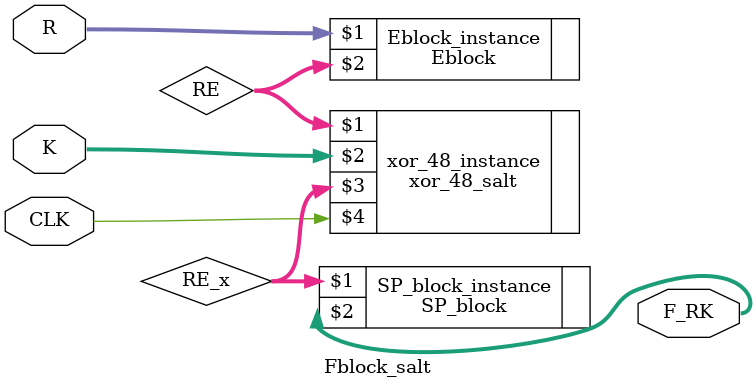
<source format=v>
`timescale 1ns / 1ps


module Fblock_salt(
    input [31:0] R,
    input [59:0] K,
    output [31:0] F_RK,
	 input CLK
    );
	 
wire [47:0] RE;
wire [47:0] RE_x;


Eblock Eblock_instance(R, RE);
xor_48_salt xor_48_instance(RE, K, RE_x, CLK);
SP_block SP_block_instance(RE_x, F_RK);

endmodule

</source>
